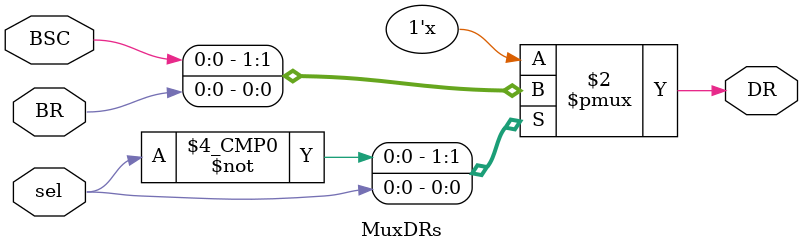
<source format=v>

`ifndef _MUXDRS_V_  // Guard to prevent double-inclusion
`define _MUXDRS_V_

module MuxDRs (
   input BSC,
   input BR,
   input sel,
   output reg DR
);
   always @(*) begin
      case (sel)
         1'b0: DR = BSC;
         1'b1: DR = BR;
         default: DR = BSC;
      endcase
   end
endmodule

`endif

</source>
